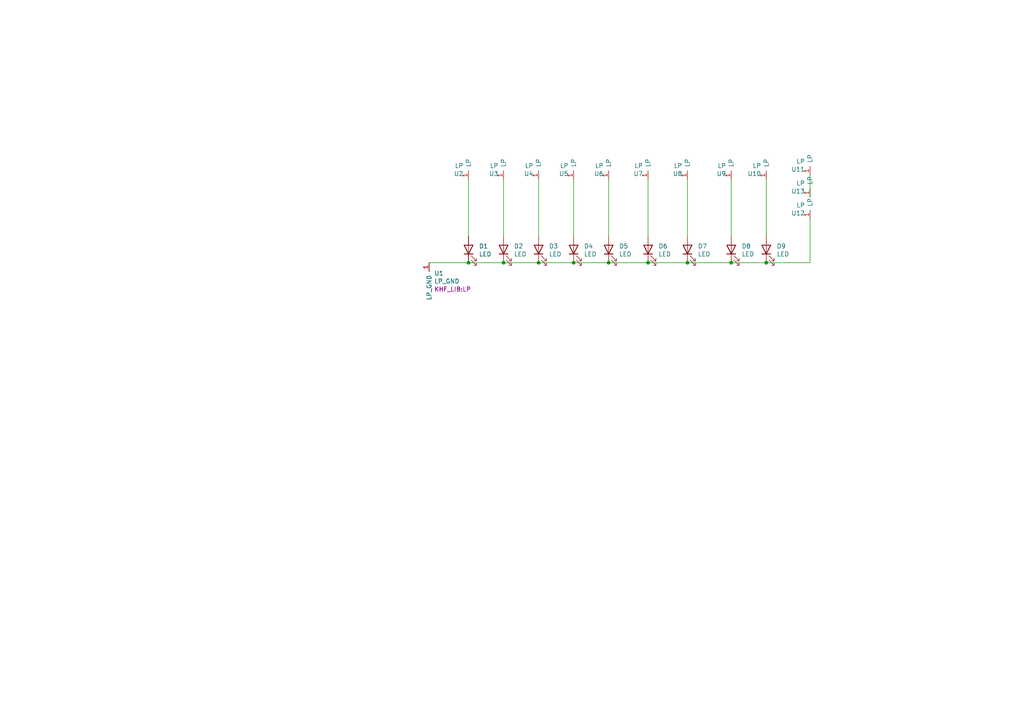
<source format=kicad_sch>
(kicad_sch
	(version 20250114)
	(generator "eeschema")
	(generator_version "9.0")
	(uuid "cd98ca24-d4b5-4092-827c-657dfd692ada")
	(paper "A4")
	(lib_symbols
		(symbol "!Goody:LED"
			(pin_numbers
				(hide yes)
			)
			(pin_names
				(offset 1.016)
				(hide yes)
			)
			(exclude_from_sim no)
			(in_bom yes)
			(on_board yes)
			(property "Reference" "D"
				(at 0 2.54 0)
				(effects
					(font
						(size 1.27 1.27)
					)
				)
			)
			(property "Value" "!Goody_LED"
				(at 2.54 -2.54 90)
				(effects
					(font
						(size 1.27 1.27)
					)
				)
			)
			(property "Footprint" "LED_THT:LED_D5.0mm"
				(at 0 5.08 0)
				(effects
					(font
						(size 1.27 1.27)
					)
					(hide yes)
				)
			)
			(property "Datasheet" ""
				(at 0 -2.54 90)
				(effects
					(font
						(size 1.27 1.27)
					)
					(hide yes)
				)
			)
			(property "Description" ""
				(at 0 0 0)
				(effects
					(font
						(size 1.27 1.27)
					)
					(hide yes)
				)
			)
			(property "ki_fp_filters" "LED* LED_SMD:* LED_THT:*"
				(at 0 0 0)
				(effects
					(font
						(size 1.27 1.27)
					)
					(hide yes)
				)
			)
			(symbol "LED_0_1"
				(polyline
					(pts
						(xy 0 -3.81) (xy 0 -1.27)
					)
					(stroke
						(width 0)
						(type solid)
					)
					(fill
						(type none)
					)
				)
				(polyline
					(pts
						(xy 0.762 -4.318) (xy 2.286 -5.842) (xy 2.286 -5.08) (xy 2.286 -5.842) (xy 1.524 -5.842)
					)
					(stroke
						(width 0)
						(type solid)
					)
					(fill
						(type none)
					)
				)
				(polyline
					(pts
						(xy 0.762 -5.588) (xy 2.286 -7.112) (xy 2.286 -6.35) (xy 2.286 -7.112) (xy 1.524 -7.112)
					)
					(stroke
						(width 0)
						(type solid)
					)
					(fill
						(type none)
					)
				)
				(polyline
					(pts
						(xy 1.27 -1.27) (xy -1.27 -1.27) (xy 0 -3.81) (xy 1.27 -1.27)
					)
					(stroke
						(width 0.254)
						(type solid)
					)
					(fill
						(type none)
					)
				)
				(polyline
					(pts
						(xy 1.27 -3.81) (xy -1.27 -3.81)
					)
					(stroke
						(width 0.254)
						(type solid)
					)
					(fill
						(type none)
					)
				)
			)
			(symbol "LED_1_1"
				(pin passive line
					(at 0 1.27 270)
					(length 2.54)
					(name "A"
						(effects
							(font
								(size 1.27 1.27)
							)
						)
					)
					(number "2"
						(effects
							(font
								(size 1.27 1.27)
							)
						)
					)
				)
				(pin passive line
					(at 0 -6.35 90)
					(length 2.54)
					(name "K"
						(effects
							(font
								(size 1.27 1.27)
							)
						)
					)
					(number "1"
						(effects
							(font
								(size 1.27 1.27)
							)
						)
					)
				)
			)
			(embedded_fonts no)
		)
		(symbol "!Goody:LP"
			(pin_names
				(offset 1.016)
			)
			(exclude_from_sim no)
			(in_bom yes)
			(on_board yes)
			(property "Reference" "U"
				(at -6.35 8.89 0)
				(effects
					(font
						(size 1.27 1.27)
					)
				)
			)
			(property "Value" "!Goody_LP"
				(at -3.81 8.89 0)
				(effects
					(font
						(size 1.27 1.27)
					)
				)
			)
			(property "Footprint" "KHF_LIB:LP"
				(at -3.81 8.89 0)
				(effects
					(font
						(size 1.27 1.27)
					)
					(hide yes)
				)
			)
			(property "Datasheet" ""
				(at -3.81 8.89 0)
				(effects
					(font
						(size 1.27 1.27)
					)
					(hide yes)
				)
			)
			(property "Description" ""
				(at 0 0 0)
				(effects
					(font
						(size 1.27 1.27)
					)
					(hide yes)
				)
			)
			(symbol "LP_1_1"
				(pin passive line
					(at 0 0 270)
					(length 2.54)
					(name "LP"
						(effects
							(font
								(size 1.27 1.27)
							)
						)
					)
					(number "1"
						(effects
							(font
								(size 1.27 1.27)
							)
						)
					)
				)
			)
			(embedded_fonts no)
		)
		(symbol "!Goody:LP_GND"
			(pin_names
				(offset 1.016)
			)
			(exclude_from_sim no)
			(in_bom yes)
			(on_board yes)
			(property "Reference" "U"
				(at -6.35 1.27 0)
				(effects
					(font
						(size 1.27 1.27)
					)
				)
			)
			(property "Value" "!Goody_LP_GND"
				(at -3.81 1.27 0)
				(effects
					(font
						(size 1.27 1.27)
					)
				)
			)
			(property "Footprint" "KHF_LIB:LP"
				(at -3.81 1.27 0)
				(effects
					(font
						(size 1.27 1.27)
					)
				)
			)
			(property "Datasheet" ""
				(at -3.81 1.27 0)
				(effects
					(font
						(size 1.27 1.27)
					)
					(hide yes)
				)
			)
			(property "Description" ""
				(at 0 0 0)
				(effects
					(font
						(size 1.27 1.27)
					)
					(hide yes)
				)
			)
			(symbol "LP_GND_1_1"
				(pin passive line
					(at -1.27 0 270)
					(length 2.54)
					(name "LP_GND"
						(effects
							(font
								(size 1.27 1.27)
							)
						)
					)
					(number "1"
						(effects
							(font
								(size 1.27 1.27)
							)
						)
					)
				)
			)
			(embedded_fonts no)
		)
	)
	(junction
		(at 156.21 76.2)
		(diameter 0)
		(color 0 0 0 0)
		(uuid "056e24c6-348d-4916-8c06-7ad804ffd98c")
	)
	(junction
		(at 135.89 76.2)
		(diameter 0)
		(color 0 0 0 0)
		(uuid "154d628a-efb3-4292-ad56-4bb7c50f1b9d")
	)
	(junction
		(at 176.53 76.2)
		(diameter 0)
		(color 0 0 0 0)
		(uuid "337b0bd1-4ac5-4b46-982c-daaf3f827883")
	)
	(junction
		(at 187.96 76.2)
		(diameter 0)
		(color 0 0 0 0)
		(uuid "41b31a0b-96cb-487b-8316-8ce985b9a8eb")
	)
	(junction
		(at 212.09 76.2)
		(diameter 0)
		(color 0 0 0 0)
		(uuid "9385682c-bec5-4b93-804a-8165f27a7abb")
	)
	(junction
		(at 166.37 76.2)
		(diameter 0)
		(color 0 0 0 0)
		(uuid "9f341d2d-627d-4bb1-a4d7-13ccc9ff1264")
	)
	(junction
		(at 199.39 76.2)
		(diameter 0)
		(color 0 0 0 0)
		(uuid "a245c669-0a19-41f4-aac6-b6517eb65a01")
	)
	(junction
		(at 222.25 76.2)
		(diameter 0)
		(color 0 0 0 0)
		(uuid "f07122b7-db41-4407-ad06-15b3af29b198")
	)
	(junction
		(at 146.05 76.2)
		(diameter 0)
		(color 0 0 0 0)
		(uuid "fbbd8b00-e1c4-4a82-b9b7-68311ccb52b2")
	)
	(wire
		(pts
			(xy 234.95 76.2) (xy 234.95 63.5)
		)
		(stroke
			(width 0)
			(type default)
		)
		(uuid "28a69f37-cd2d-488d-b5b0-44d91f49c1f8")
	)
	(wire
		(pts
			(xy 156.21 76.2) (xy 146.05 76.2)
		)
		(stroke
			(width 0)
			(type default)
		)
		(uuid "382df277-a65d-48b8-887c-64ffff9cef72")
	)
	(wire
		(pts
			(xy 187.96 52.07) (xy 187.96 68.58)
		)
		(stroke
			(width 0)
			(type default)
		)
		(uuid "42fa6ff0-1028-4db9-b23e-b11360db3b51")
	)
	(wire
		(pts
			(xy 212.09 52.07) (xy 212.09 68.58)
		)
		(stroke
			(width 0)
			(type default)
		)
		(uuid "4359f4f6-1bbb-4dfb-bb73-77ad31c2261c")
	)
	(wire
		(pts
			(xy 166.37 76.2) (xy 156.21 76.2)
		)
		(stroke
			(width 0)
			(type default)
		)
		(uuid "4778373a-59b5-4d09-80a3-97cf03e9a4be")
	)
	(wire
		(pts
			(xy 199.39 52.07) (xy 199.39 68.58)
		)
		(stroke
			(width 0)
			(type default)
		)
		(uuid "494bf4bf-acba-426b-b0b7-d5f72ff62939")
	)
	(wire
		(pts
			(xy 176.53 76.2) (xy 187.96 76.2)
		)
		(stroke
			(width 0)
			(type default)
		)
		(uuid "49c277db-2dd8-4c22-8fe8-0a61ce4c0a61")
	)
	(wire
		(pts
			(xy 166.37 76.2) (xy 176.53 76.2)
		)
		(stroke
			(width 0)
			(type default)
		)
		(uuid "5d7cea40-3654-47e9-b981-27fe47500b8c")
	)
	(wire
		(pts
			(xy 199.39 76.2) (xy 212.09 76.2)
		)
		(stroke
			(width 0)
			(type default)
		)
		(uuid "615daffa-2ebc-4c09-9d34-3b6ad5ddfcec")
	)
	(wire
		(pts
			(xy 135.89 52.07) (xy 135.89 68.58)
		)
		(stroke
			(width 0)
			(type default)
		)
		(uuid "628b7915-5f07-4034-a831-00644be0f944")
	)
	(wire
		(pts
			(xy 166.37 52.07) (xy 166.37 68.58)
		)
		(stroke
			(width 0)
			(type default)
		)
		(uuid "65c815e0-7a8f-4859-b41e-f297e3962936")
	)
	(wire
		(pts
			(xy 135.89 76.2) (xy 146.05 76.2)
		)
		(stroke
			(width 0)
			(type default)
		)
		(uuid "68f8fb86-0cd4-44f9-be8e-a20b29b80a92")
	)
	(wire
		(pts
			(xy 234.95 50.8) (xy 234.95 57.15)
		)
		(stroke
			(width 0)
			(type default)
		)
		(uuid "6a0ae258-5893-447d-aa85-d815383981c8")
	)
	(wire
		(pts
			(xy 222.25 52.07) (xy 222.25 68.58)
		)
		(stroke
			(width 0)
			(type default)
		)
		(uuid "88c170d4-38f4-4581-905e-2562d9d51ecb")
	)
	(wire
		(pts
			(xy 187.96 76.2) (xy 199.39 76.2)
		)
		(stroke
			(width 0)
			(type default)
		)
		(uuid "93867b7f-d82b-487e-bb2c-11fde28d3905")
	)
	(wire
		(pts
			(xy 146.05 52.07) (xy 146.05 68.58)
		)
		(stroke
			(width 0)
			(type default)
		)
		(uuid "a1cbc459-501e-41fb-ad05-93ebed3b1f52")
	)
	(wire
		(pts
			(xy 176.53 52.07) (xy 176.53 68.58)
		)
		(stroke
			(width 0)
			(type default)
		)
		(uuid "a7df6253-0951-4306-80e9-fb1f9f8fad9f")
	)
	(wire
		(pts
			(xy 124.46 76.2) (xy 135.89 76.2)
		)
		(stroke
			(width 0)
			(type default)
		)
		(uuid "c34d50e7-e55c-4780-a380-d7c67cd9958b")
	)
	(wire
		(pts
			(xy 212.09 76.2) (xy 222.25 76.2)
		)
		(stroke
			(width 0)
			(type default)
		)
		(uuid "c3ddc168-6d30-4c0e-b993-35b4bbf55f6d")
	)
	(wire
		(pts
			(xy 156.21 52.07) (xy 156.21 68.58)
		)
		(stroke
			(width 0)
			(type default)
		)
		(uuid "d3145a3f-1790-4727-985f-6bbb1f02a4b6")
	)
	(wire
		(pts
			(xy 222.25 76.2) (xy 234.95 76.2)
		)
		(stroke
			(width 0)
			(type default)
		)
		(uuid "e2b75545-c31c-4d88-85cb-c1a08ddedd38")
	)
	(symbol
		(lib_id "!Goody:LP_GND")
		(at 125.73 76.2 0)
		(unit 1)
		(exclude_from_sim no)
		(in_bom yes)
		(on_board yes)
		(dnp no)
		(uuid "00000000-0000-0000-0000-000062b302d2")
		(property "Reference" "U1"
			(at 125.9332 79.2734 0)
			(effects
				(font
					(size 1.27 1.27)
				)
				(justify left)
			)
		)
		(property "Value" "LP_GND"
			(at 125.9332 81.5848 0)
			(effects
				(font
					(size 1.27 1.27)
				)
				(justify left)
			)
		)
		(property "Footprint" "KHF_LIB:LP"
			(at 125.9332 83.8962 0)
			(effects
				(font
					(size 1.27 1.27)
				)
				(justify left)
			)
		)
		(property "Datasheet" ""
			(at 121.92 74.93 0)
			(effects
				(font
					(size 1.27 1.27)
				)
				(hide yes)
			)
		)
		(property "Description" ""
			(at 125.73 76.2 0)
			(effects
				(font
					(size 1.27 1.27)
				)
			)
		)
		(pin "1"
			(uuid "3601fe76-8342-44ea-b40a-389184641ced")
		)
		(instances
			(project ""
				(path "/cd98ca24-d4b5-4092-827c-657dfd692ada"
					(reference "U1")
					(unit 1)
				)
			)
		)
	)
	(symbol
		(lib_id "!Goody:LED")
		(at 135.89 69.85 0)
		(unit 1)
		(exclude_from_sim no)
		(in_bom yes)
		(on_board yes)
		(dnp no)
		(uuid "00000000-0000-0000-0000-000062b30a23")
		(property "Reference" "D1"
			(at 138.8872 71.3994 0)
			(effects
				(font
					(size 1.27 1.27)
				)
				(justify left)
			)
		)
		(property "Value" "LED"
			(at 138.8872 73.7108 0)
			(effects
				(font
					(size 1.27 1.27)
				)
				(justify left)
			)
		)
		(property "Footprint" "LED_THT:LED_D5.0mm"
			(at 135.89 64.77 0)
			(effects
				(font
					(size 1.27 1.27)
				)
				(hide yes)
			)
		)
		(property "Datasheet" ""
			(at 135.89 72.39 90)
			(effects
				(font
					(size 1.27 1.27)
				)
				(hide yes)
			)
		)
		(property "Description" ""
			(at 135.89 69.85 0)
			(effects
				(font
					(size 1.27 1.27)
				)
			)
		)
		(pin "1"
			(uuid "c6179294-b61e-4cc7-b047-1c2a3aef724a")
		)
		(pin "2"
			(uuid "d91562a6-a289-4b1c-abac-ef23ade15375")
		)
		(instances
			(project ""
				(path "/cd98ca24-d4b5-4092-827c-657dfd692ada"
					(reference "D1")
					(unit 1)
				)
			)
		)
	)
	(symbol
		(lib_id "!Goody:LP")
		(at 135.89 52.07 180)
		(unit 1)
		(exclude_from_sim no)
		(in_bom yes)
		(on_board yes)
		(dnp no)
		(uuid "00000000-0000-0000-0000-000062b31059")
		(property "Reference" "U2"
			(at 134.4168 50.3936 0)
			(effects
				(font
					(size 1.27 1.27)
				)
				(justify left)
			)
		)
		(property "Value" "LP"
			(at 134.4168 48.0822 0)
			(effects
				(font
					(size 1.27 1.27)
				)
				(justify left)
			)
		)
		(property "Footprint" "KHF_LIB:LP"
			(at 139.7 60.96 0)
			(effects
				(font
					(size 1.27 1.27)
				)
				(hide yes)
			)
		)
		(property "Datasheet" ""
			(at 139.7 60.96 0)
			(effects
				(font
					(size 1.27 1.27)
				)
				(hide yes)
			)
		)
		(property "Description" ""
			(at 135.89 52.07 0)
			(effects
				(font
					(size 1.27 1.27)
				)
			)
		)
		(pin "1"
			(uuid "82aea10d-8066-4306-8a21-ce0af0b27819")
		)
		(instances
			(project ""
				(path "/cd98ca24-d4b5-4092-827c-657dfd692ada"
					(reference "U2")
					(unit 1)
				)
			)
		)
	)
	(symbol
		(lib_id "!Goody:LED")
		(at 146.05 69.85 0)
		(unit 1)
		(exclude_from_sim no)
		(in_bom yes)
		(on_board yes)
		(dnp no)
		(uuid "00000000-0000-0000-0000-000062b31d3e")
		(property "Reference" "D2"
			(at 149.0472 71.3994 0)
			(effects
				(font
					(size 1.27 1.27)
				)
				(justify left)
			)
		)
		(property "Value" "LED"
			(at 149.0472 73.7108 0)
			(effects
				(font
					(size 1.27 1.27)
				)
				(justify left)
			)
		)
		(property "Footprint" "LED_THT:LED_D5.0mm"
			(at 146.05 64.77 0)
			(effects
				(font
					(size 1.27 1.27)
				)
				(hide yes)
			)
		)
		(property "Datasheet" ""
			(at 146.05 72.39 90)
			(effects
				(font
					(size 1.27 1.27)
				)
				(hide yes)
			)
		)
		(property "Description" ""
			(at 146.05 69.85 0)
			(effects
				(font
					(size 1.27 1.27)
				)
			)
		)
		(pin "2"
			(uuid "0b5bb867-dd63-450c-9b93-c0047a936eba")
		)
		(pin "1"
			(uuid "a8424c4f-96f1-4ec2-9213-6160cc86903d")
		)
		(instances
			(project ""
				(path "/cd98ca24-d4b5-4092-827c-657dfd692ada"
					(reference "D2")
					(unit 1)
				)
			)
		)
	)
	(symbol
		(lib_id "!Goody:LED")
		(at 156.21 69.85 0)
		(unit 1)
		(exclude_from_sim no)
		(in_bom yes)
		(on_board yes)
		(dnp no)
		(uuid "00000000-0000-0000-0000-000062b32140")
		(property "Reference" "D3"
			(at 159.2072 71.3994 0)
			(effects
				(font
					(size 1.27 1.27)
				)
				(justify left)
			)
		)
		(property "Value" "LED"
			(at 159.2072 73.7108 0)
			(effects
				(font
					(size 1.27 1.27)
				)
				(justify left)
			)
		)
		(property "Footprint" "LED_THT:LED_D5.0mm"
			(at 156.21 64.77 0)
			(effects
				(font
					(size 1.27 1.27)
				)
				(hide yes)
			)
		)
		(property "Datasheet" ""
			(at 156.21 72.39 90)
			(effects
				(font
					(size 1.27 1.27)
				)
				(hide yes)
			)
		)
		(property "Description" ""
			(at 156.21 69.85 0)
			(effects
				(font
					(size 1.27 1.27)
				)
			)
		)
		(pin "1"
			(uuid "a1af51b0-f619-4e4c-995d-b926e850516e")
		)
		(pin "2"
			(uuid "9b84ebf9-15cd-4e4e-8fbb-dcaebc5a7112")
		)
		(instances
			(project ""
				(path "/cd98ca24-d4b5-4092-827c-657dfd692ada"
					(reference "D3")
					(unit 1)
				)
			)
		)
	)
	(symbol
		(lib_id "!Goody:LED")
		(at 166.37 69.85 0)
		(unit 1)
		(exclude_from_sim no)
		(in_bom yes)
		(on_board yes)
		(dnp no)
		(uuid "00000000-0000-0000-0000-000062b32514")
		(property "Reference" "D4"
			(at 169.3672 71.3994 0)
			(effects
				(font
					(size 1.27 1.27)
				)
				(justify left)
			)
		)
		(property "Value" "LED"
			(at 169.3672 73.7108 0)
			(effects
				(font
					(size 1.27 1.27)
				)
				(justify left)
			)
		)
		(property "Footprint" "LED_THT:LED_D5.0mm"
			(at 166.37 64.77 0)
			(effects
				(font
					(size 1.27 1.27)
				)
				(hide yes)
			)
		)
		(property "Datasheet" ""
			(at 166.37 72.39 90)
			(effects
				(font
					(size 1.27 1.27)
				)
				(hide yes)
			)
		)
		(property "Description" ""
			(at 166.37 69.85 0)
			(effects
				(font
					(size 1.27 1.27)
				)
			)
		)
		(pin "1"
			(uuid "2a65441b-ce5d-4b31-9a27-c3aec43b59e5")
		)
		(pin "2"
			(uuid "73019a55-4deb-4236-91ec-7834930edd62")
		)
		(instances
			(project ""
				(path "/cd98ca24-d4b5-4092-827c-657dfd692ada"
					(reference "D4")
					(unit 1)
				)
			)
		)
	)
	(symbol
		(lib_id "!Goody:LED")
		(at 176.53 69.85 0)
		(unit 1)
		(exclude_from_sim no)
		(in_bom yes)
		(on_board yes)
		(dnp no)
		(uuid "00000000-0000-0000-0000-000062b329e5")
		(property "Reference" "D5"
			(at 179.5272 71.3994 0)
			(effects
				(font
					(size 1.27 1.27)
				)
				(justify left)
			)
		)
		(property "Value" "LED"
			(at 179.5272 73.7108 0)
			(effects
				(font
					(size 1.27 1.27)
				)
				(justify left)
			)
		)
		(property "Footprint" "LED_THT:LED_D5.0mm"
			(at 176.53 64.77 0)
			(effects
				(font
					(size 1.27 1.27)
				)
				(hide yes)
			)
		)
		(property "Datasheet" ""
			(at 176.53 72.39 90)
			(effects
				(font
					(size 1.27 1.27)
				)
				(hide yes)
			)
		)
		(property "Description" ""
			(at 176.53 69.85 0)
			(effects
				(font
					(size 1.27 1.27)
				)
			)
		)
		(pin "2"
			(uuid "fcc1dd6c-5ddc-4e28-8df3-142b206dd94d")
		)
		(pin "1"
			(uuid "72954ee8-19cd-4ba9-b7b3-b87f4257aef6")
		)
		(instances
			(project ""
				(path "/cd98ca24-d4b5-4092-827c-657dfd692ada"
					(reference "D5")
					(unit 1)
				)
			)
		)
	)
	(symbol
		(lib_id "!Goody:LED")
		(at 187.96 69.85 0)
		(unit 1)
		(exclude_from_sim no)
		(in_bom yes)
		(on_board yes)
		(dnp no)
		(uuid "00000000-0000-0000-0000-000062b32c75")
		(property "Reference" "D6"
			(at 190.9572 71.3994 0)
			(effects
				(font
					(size 1.27 1.27)
				)
				(justify left)
			)
		)
		(property "Value" "LED"
			(at 190.9572 73.7108 0)
			(effects
				(font
					(size 1.27 1.27)
				)
				(justify left)
			)
		)
		(property "Footprint" "LED_THT:LED_D5.0mm"
			(at 187.96 64.77 0)
			(effects
				(font
					(size 1.27 1.27)
				)
				(hide yes)
			)
		)
		(property "Datasheet" ""
			(at 187.96 72.39 90)
			(effects
				(font
					(size 1.27 1.27)
				)
				(hide yes)
			)
		)
		(property "Description" ""
			(at 187.96 69.85 0)
			(effects
				(font
					(size 1.27 1.27)
				)
			)
		)
		(pin "1"
			(uuid "bf822005-b303-4030-96e1-a7c0fabd119a")
		)
		(pin "2"
			(uuid "232a5da9-743a-4cb0-99da-d76e42e1cefc")
		)
		(instances
			(project ""
				(path "/cd98ca24-d4b5-4092-827c-657dfd692ada"
					(reference "D6")
					(unit 1)
				)
			)
		)
	)
	(symbol
		(lib_id "!Goody:LED")
		(at 199.39 69.85 0)
		(unit 1)
		(exclude_from_sim no)
		(in_bom yes)
		(on_board yes)
		(dnp no)
		(uuid "00000000-0000-0000-0000-000062b3319e")
		(property "Reference" "D7"
			(at 202.3872 71.3994 0)
			(effects
				(font
					(size 1.27 1.27)
				)
				(justify left)
			)
		)
		(property "Value" "LED"
			(at 202.3872 73.7108 0)
			(effects
				(font
					(size 1.27 1.27)
				)
				(justify left)
			)
		)
		(property "Footprint" "LED_THT:LED_D5.0mm"
			(at 199.39 64.77 0)
			(effects
				(font
					(size 1.27 1.27)
				)
				(hide yes)
			)
		)
		(property "Datasheet" ""
			(at 199.39 72.39 90)
			(effects
				(font
					(size 1.27 1.27)
				)
				(hide yes)
			)
		)
		(property "Description" ""
			(at 199.39 69.85 0)
			(effects
				(font
					(size 1.27 1.27)
				)
			)
		)
		(pin "1"
			(uuid "c30e33b0-0485-4276-b254-6a0f86c657b2")
		)
		(pin "2"
			(uuid "88ffe813-c55c-4bca-afdf-ecaa5a3693cc")
		)
		(instances
			(project ""
				(path "/cd98ca24-d4b5-4092-827c-657dfd692ada"
					(reference "D7")
					(unit 1)
				)
			)
		)
	)
	(symbol
		(lib_id "!Goody:LED")
		(at 212.09 69.85 0)
		(unit 1)
		(exclude_from_sim no)
		(in_bom yes)
		(on_board yes)
		(dnp no)
		(uuid "00000000-0000-0000-0000-000062b33380")
		(property "Reference" "D8"
			(at 215.0872 71.3994 0)
			(effects
				(font
					(size 1.27 1.27)
				)
				(justify left)
			)
		)
		(property "Value" "LED"
			(at 215.0872 73.7108 0)
			(effects
				(font
					(size 1.27 1.27)
				)
				(justify left)
			)
		)
		(property "Footprint" "LED_THT:LED_D5.0mm"
			(at 212.09 64.77 0)
			(effects
				(font
					(size 1.27 1.27)
				)
				(hide yes)
			)
		)
		(property "Datasheet" ""
			(at 212.09 72.39 90)
			(effects
				(font
					(size 1.27 1.27)
				)
				(hide yes)
			)
		)
		(property "Description" ""
			(at 212.09 69.85 0)
			(effects
				(font
					(size 1.27 1.27)
				)
			)
		)
		(pin "1"
			(uuid "fd97e648-dba5-4af4-9b60-e62535e6452b")
		)
		(pin "2"
			(uuid "30e6509c-1c7b-498f-86b7-074b2a5d61cc")
		)
		(instances
			(project ""
				(path "/cd98ca24-d4b5-4092-827c-657dfd692ada"
					(reference "D8")
					(unit 1)
				)
			)
		)
	)
	(symbol
		(lib_id "!Goody:LED")
		(at 222.25 69.85 0)
		(unit 1)
		(exclude_from_sim no)
		(in_bom yes)
		(on_board yes)
		(dnp no)
		(uuid "00000000-0000-0000-0000-000062b3379e")
		(property "Reference" "D9"
			(at 225.2472 71.3994 0)
			(effects
				(font
					(size 1.27 1.27)
				)
				(justify left)
			)
		)
		(property "Value" "LED"
			(at 225.2472 73.7108 0)
			(effects
				(font
					(size 1.27 1.27)
				)
				(justify left)
			)
		)
		(property "Footprint" "LED_THT:LED_D5.0mm"
			(at 222.25 64.77 0)
			(effects
				(font
					(size 1.27 1.27)
				)
				(hide yes)
			)
		)
		(property "Datasheet" ""
			(at 222.25 72.39 90)
			(effects
				(font
					(size 1.27 1.27)
				)
				(hide yes)
			)
		)
		(property "Description" ""
			(at 222.25 69.85 0)
			(effects
				(font
					(size 1.27 1.27)
				)
			)
		)
		(pin "2"
			(uuid "4c42ffc3-3bd7-4354-bd0f-016cafa6e717")
		)
		(pin "1"
			(uuid "4cd891fc-7f51-4063-9d1f-1cd224ffdc23")
		)
		(instances
			(project ""
				(path "/cd98ca24-d4b5-4092-827c-657dfd692ada"
					(reference "D9")
					(unit 1)
				)
			)
		)
	)
	(symbol
		(lib_id "!Goody:LP")
		(at 146.05 52.07 180)
		(unit 1)
		(exclude_from_sim no)
		(in_bom yes)
		(on_board yes)
		(dnp no)
		(uuid "00000000-0000-0000-0000-000062b36840")
		(property "Reference" "U3"
			(at 144.5768 50.3936 0)
			(effects
				(font
					(size 1.27 1.27)
				)
				(justify left)
			)
		)
		(property "Value" "LP"
			(at 144.5768 48.0822 0)
			(effects
				(font
					(size 1.27 1.27)
				)
				(justify left)
			)
		)
		(property "Footprint" "KHF_LIB:LP"
			(at 149.86 60.96 0)
			(effects
				(font
					(size 1.27 1.27)
				)
				(hide yes)
			)
		)
		(property "Datasheet" ""
			(at 149.86 60.96 0)
			(effects
				(font
					(size 1.27 1.27)
				)
				(hide yes)
			)
		)
		(property "Description" ""
			(at 146.05 52.07 0)
			(effects
				(font
					(size 1.27 1.27)
				)
			)
		)
		(pin "1"
			(uuid "da400c81-1d4e-4b16-9397-baee8f0c2537")
		)
		(instances
			(project ""
				(path "/cd98ca24-d4b5-4092-827c-657dfd692ada"
					(reference "U3")
					(unit 1)
				)
			)
		)
	)
	(symbol
		(lib_id "!Goody:LP")
		(at 156.21 52.07 180)
		(unit 1)
		(exclude_from_sim no)
		(in_bom yes)
		(on_board yes)
		(dnp no)
		(uuid "00000000-0000-0000-0000-000062b368f1")
		(property "Reference" "U4"
			(at 154.7368 50.3936 0)
			(effects
				(font
					(size 1.27 1.27)
				)
				(justify left)
			)
		)
		(property "Value" "LP"
			(at 154.7368 48.0822 0)
			(effects
				(font
					(size 1.27 1.27)
				)
				(justify left)
			)
		)
		(property "Footprint" "KHF_LIB:LP"
			(at 160.02 60.96 0)
			(effects
				(font
					(size 1.27 1.27)
				)
				(hide yes)
			)
		)
		(property "Datasheet" ""
			(at 160.02 60.96 0)
			(effects
				(font
					(size 1.27 1.27)
				)
				(hide yes)
			)
		)
		(property "Description" ""
			(at 156.21 52.07 0)
			(effects
				(font
					(size 1.27 1.27)
				)
			)
		)
		(pin "1"
			(uuid "33c57ba8-636d-4df7-a153-bfa7f35a71d1")
		)
		(instances
			(project ""
				(path "/cd98ca24-d4b5-4092-827c-657dfd692ada"
					(reference "U4")
					(unit 1)
				)
			)
		)
	)
	(symbol
		(lib_id "!Goody:LP")
		(at 166.37 52.07 180)
		(unit 1)
		(exclude_from_sim no)
		(in_bom yes)
		(on_board yes)
		(dnp no)
		(uuid "00000000-0000-0000-0000-000062b369c2")
		(property "Reference" "U5"
			(at 164.8968 50.3936 0)
			(effects
				(font
					(size 1.27 1.27)
				)
				(justify left)
			)
		)
		(property "Value" "LP"
			(at 164.8968 48.0822 0)
			(effects
				(font
					(size 1.27 1.27)
				)
				(justify left)
			)
		)
		(property "Footprint" "KHF_LIB:LP"
			(at 170.18 60.96 0)
			(effects
				(font
					(size 1.27 1.27)
				)
				(hide yes)
			)
		)
		(property "Datasheet" ""
			(at 170.18 60.96 0)
			(effects
				(font
					(size 1.27 1.27)
				)
				(hide yes)
			)
		)
		(property "Description" ""
			(at 166.37 52.07 0)
			(effects
				(font
					(size 1.27 1.27)
				)
			)
		)
		(pin "1"
			(uuid "070a7041-0288-4232-9c74-59f1e93bd189")
		)
		(instances
			(project ""
				(path "/cd98ca24-d4b5-4092-827c-657dfd692ada"
					(reference "U5")
					(unit 1)
				)
			)
		)
	)
	(symbol
		(lib_id "!Goody:LP")
		(at 176.53 52.07 180)
		(unit 1)
		(exclude_from_sim no)
		(in_bom yes)
		(on_board yes)
		(dnp no)
		(uuid "00000000-0000-0000-0000-000062b36ab7")
		(property "Reference" "U6"
			(at 175.0568 50.3936 0)
			(effects
				(font
					(size 1.27 1.27)
				)
				(justify left)
			)
		)
		(property "Value" "LP"
			(at 175.0568 48.0822 0)
			(effects
				(font
					(size 1.27 1.27)
				)
				(justify left)
			)
		)
		(property "Footprint" "KHF_LIB:LP"
			(at 180.34 60.96 0)
			(effects
				(font
					(size 1.27 1.27)
				)
				(hide yes)
			)
		)
		(property "Datasheet" ""
			(at 180.34 60.96 0)
			(effects
				(font
					(size 1.27 1.27)
				)
				(hide yes)
			)
		)
		(property "Description" ""
			(at 176.53 52.07 0)
			(effects
				(font
					(size 1.27 1.27)
				)
			)
		)
		(pin "1"
			(uuid "5954d8e1-58fc-47b0-841c-a23ccfdf74fe")
		)
		(instances
			(project ""
				(path "/cd98ca24-d4b5-4092-827c-657dfd692ada"
					(reference "U6")
					(unit 1)
				)
			)
		)
	)
	(symbol
		(lib_id "!Goody:LP")
		(at 187.96 52.07 180)
		(unit 1)
		(exclude_from_sim no)
		(in_bom yes)
		(on_board yes)
		(dnp no)
		(uuid "00000000-0000-0000-0000-000062b36c4b")
		(property "Reference" "U7"
			(at 186.4868 50.3936 0)
			(effects
				(font
					(size 1.27 1.27)
				)
				(justify left)
			)
		)
		(property "Value" "LP"
			(at 186.4868 48.0822 0)
			(effects
				(font
					(size 1.27 1.27)
				)
				(justify left)
			)
		)
		(property "Footprint" "KHF_LIB:LP"
			(at 191.77 60.96 0)
			(effects
				(font
					(size 1.27 1.27)
				)
				(hide yes)
			)
		)
		(property "Datasheet" ""
			(at 191.77 60.96 0)
			(effects
				(font
					(size 1.27 1.27)
				)
				(hide yes)
			)
		)
		(property "Description" ""
			(at 187.96 52.07 0)
			(effects
				(font
					(size 1.27 1.27)
				)
			)
		)
		(pin "1"
			(uuid "7e29cd9d-e7d6-46e4-87c3-87c522cf1b6e")
		)
		(instances
			(project ""
				(path "/cd98ca24-d4b5-4092-827c-657dfd692ada"
					(reference "U7")
					(unit 1)
				)
			)
		)
	)
	(symbol
		(lib_id "!Goody:LP")
		(at 199.39 52.07 180)
		(unit 1)
		(exclude_from_sim no)
		(in_bom yes)
		(on_board yes)
		(dnp no)
		(uuid "00000000-0000-0000-0000-000062b36ea1")
		(property "Reference" "U8"
			(at 197.9168 50.3936 0)
			(effects
				(font
					(size 1.27 1.27)
				)
				(justify left)
			)
		)
		(property "Value" "LP"
			(at 197.9168 48.0822 0)
			(effects
				(font
					(size 1.27 1.27)
				)
				(justify left)
			)
		)
		(property "Footprint" "KHF_LIB:LP"
			(at 203.2 60.96 0)
			(effects
				(font
					(size 1.27 1.27)
				)
				(hide yes)
			)
		)
		(property "Datasheet" ""
			(at 203.2 60.96 0)
			(effects
				(font
					(size 1.27 1.27)
				)
				(hide yes)
			)
		)
		(property "Description" ""
			(at 199.39 52.07 0)
			(effects
				(font
					(size 1.27 1.27)
				)
			)
		)
		(pin "1"
			(uuid "ca0c2ace-3ece-409f-a996-ae48d34a8086")
		)
		(instances
			(project ""
				(path "/cd98ca24-d4b5-4092-827c-657dfd692ada"
					(reference "U8")
					(unit 1)
				)
			)
		)
	)
	(symbol
		(lib_id "!Goody:LP")
		(at 212.09 52.07 180)
		(unit 1)
		(exclude_from_sim no)
		(in_bom yes)
		(on_board yes)
		(dnp no)
		(uuid "00000000-0000-0000-0000-000062b3712d")
		(property "Reference" "U9"
			(at 210.6168 50.3936 0)
			(effects
				(font
					(size 1.27 1.27)
				)
				(justify left)
			)
		)
		(property "Value" "LP"
			(at 210.6168 48.0822 0)
			(effects
				(font
					(size 1.27 1.27)
				)
				(justify left)
			)
		)
		(property "Footprint" "KHF_LIB:LP"
			(at 215.9 60.96 0)
			(effects
				(font
					(size 1.27 1.27)
				)
				(hide yes)
			)
		)
		(property "Datasheet" ""
			(at 215.9 60.96 0)
			(effects
				(font
					(size 1.27 1.27)
				)
				(hide yes)
			)
		)
		(property "Description" ""
			(at 212.09 52.07 0)
			(effects
				(font
					(size 1.27 1.27)
				)
			)
		)
		(pin "1"
			(uuid "11712cfb-8c33-4e90-89d9-ffa40416661d")
		)
		(instances
			(project ""
				(path "/cd98ca24-d4b5-4092-827c-657dfd692ada"
					(reference "U9")
					(unit 1)
				)
			)
		)
	)
	(symbol
		(lib_id "!Goody:LP")
		(at 222.25 52.07 180)
		(unit 1)
		(exclude_from_sim no)
		(in_bom yes)
		(on_board yes)
		(dnp no)
		(uuid "00000000-0000-0000-0000-000062b37393")
		(property "Reference" "U10"
			(at 220.7768 50.3936 0)
			(effects
				(font
					(size 1.27 1.27)
				)
				(justify left)
			)
		)
		(property "Value" "LP"
			(at 220.7768 48.0822 0)
			(effects
				(font
					(size 1.27 1.27)
				)
				(justify left)
			)
		)
		(property "Footprint" "KHF_LIB:LP"
			(at 226.06 60.96 0)
			(effects
				(font
					(size 1.27 1.27)
				)
				(hide yes)
			)
		)
		(property "Datasheet" ""
			(at 226.06 60.96 0)
			(effects
				(font
					(size 1.27 1.27)
				)
				(hide yes)
			)
		)
		(property "Description" ""
			(at 222.25 52.07 0)
			(effects
				(font
					(size 1.27 1.27)
				)
			)
		)
		(pin "1"
			(uuid "1b91fc4f-7da3-4bd1-8fa2-45fc27da9b97")
		)
		(instances
			(project ""
				(path "/cd98ca24-d4b5-4092-827c-657dfd692ada"
					(reference "U10")
					(unit 1)
				)
			)
		)
	)
	(symbol
		(lib_id "!Goody:LP")
		(at 234.95 50.8 180)
		(unit 1)
		(exclude_from_sim no)
		(in_bom yes)
		(on_board yes)
		(dnp no)
		(uuid "00000000-0000-0000-0000-000062b3e221")
		(property "Reference" "U11"
			(at 233.4768 49.1236 0)
			(effects
				(font
					(size 1.27 1.27)
				)
				(justify left)
			)
		)
		(property "Value" "LP"
			(at 233.4768 46.8122 0)
			(effects
				(font
					(size 1.27 1.27)
				)
				(justify left)
			)
		)
		(property "Footprint" "KHF_LIB:LP"
			(at 238.76 59.69 0)
			(effects
				(font
					(size 1.27 1.27)
				)
				(hide yes)
			)
		)
		(property "Datasheet" ""
			(at 238.76 59.69 0)
			(effects
				(font
					(size 1.27 1.27)
				)
				(hide yes)
			)
		)
		(property "Description" ""
			(at 234.95 50.8 0)
			(effects
				(font
					(size 1.27 1.27)
				)
			)
		)
		(pin "1"
			(uuid "c7c5e635-0e9e-42f7-8c2e-ea34bfcc61f5")
		)
		(instances
			(project ""
				(path "/cd98ca24-d4b5-4092-827c-657dfd692ada"
					(reference "U11")
					(unit 1)
				)
			)
		)
	)
	(symbol
		(lib_id "!Goody:LP")
		(at 234.95 63.5 180)
		(unit 1)
		(exclude_from_sim no)
		(in_bom yes)
		(on_board yes)
		(dnp no)
		(uuid "00000000-0000-0000-0000-000062b3e823")
		(property "Reference" "U12"
			(at 233.4768 61.8236 0)
			(effects
				(font
					(size 1.27 1.27)
				)
				(justify left)
			)
		)
		(property "Value" "LP"
			(at 233.4768 59.5122 0)
			(effects
				(font
					(size 1.27 1.27)
				)
				(justify left)
			)
		)
		(property "Footprint" "KHF_LIB:LP"
			(at 238.76 72.39 0)
			(effects
				(font
					(size 1.27 1.27)
				)
				(hide yes)
			)
		)
		(property "Datasheet" ""
			(at 238.76 72.39 0)
			(effects
				(font
					(size 1.27 1.27)
				)
				(hide yes)
			)
		)
		(property "Description" ""
			(at 234.95 63.5 0)
			(effects
				(font
					(size 1.27 1.27)
				)
			)
		)
		(pin "1"
			(uuid "b6f7b300-fcec-4359-b28f-01f6d1a43f40")
		)
		(instances
			(project ""
				(path "/cd98ca24-d4b5-4092-827c-657dfd692ada"
					(reference "U12")
					(unit 1)
				)
			)
		)
	)
	(symbol
		(lib_id "!Goody:LP")
		(at 234.95 57.15 180)
		(unit 1)
		(exclude_from_sim no)
		(in_bom yes)
		(on_board yes)
		(dnp no)
		(uuid "00000000-0000-0000-0000-000062b40e6d")
		(property "Reference" "U13"
			(at 233.4768 55.4736 0)
			(effects
				(font
					(size 1.27 1.27)
				)
				(justify left)
			)
		)
		(property "Value" "LP"
			(at 233.4768 53.1622 0)
			(effects
				(font
					(size 1.27 1.27)
				)
				(justify left)
			)
		)
		(property "Footprint" "KHF_LIB:LP"
			(at 238.76 66.04 0)
			(effects
				(font
					(size 1.27 1.27)
				)
				(hide yes)
			)
		)
		(property "Datasheet" ""
			(at 238.76 66.04 0)
			(effects
				(font
					(size 1.27 1.27)
				)
				(hide yes)
			)
		)
		(property "Description" ""
			(at 234.95 57.15 0)
			(effects
				(font
					(size 1.27 1.27)
				)
			)
		)
		(pin "1"
			(uuid "1a2b3d42-b3d3-4c05-8ff1-799854b4fa55")
		)
		(instances
			(project ""
				(path "/cd98ca24-d4b5-4092-827c-657dfd692ada"
					(reference "U13")
					(unit 1)
				)
			)
		)
	)
	(sheet_instances
		(path "/"
			(page "1")
		)
	)
	(embedded_fonts no)
)

</source>
